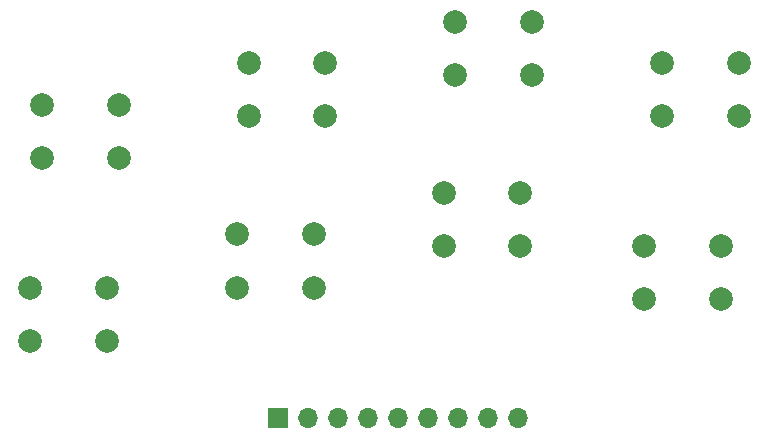
<source format=gbr>
%TF.GenerationSoftware,KiCad,Pcbnew,8.0.5*%
%TF.CreationDate,2024-11-12T13:57:52+11:00*%
%TF.ProjectId,wheel,77686565-6c2e-46b6-9963-61645f706362,rev?*%
%TF.SameCoordinates,Original*%
%TF.FileFunction,Copper,L2,Bot*%
%TF.FilePolarity,Positive*%
%FSLAX46Y46*%
G04 Gerber Fmt 4.6, Leading zero omitted, Abs format (unit mm)*
G04 Created by KiCad (PCBNEW 8.0.5) date 2024-11-12 13:57:52*
%MOMM*%
%LPD*%
G01*
G04 APERTURE LIST*
%TA.AperFunction,ComponentPad*%
%ADD10C,2.000000*%
%TD*%
%TA.AperFunction,ComponentPad*%
%ADD11R,1.700000X1.700000*%
%TD*%
%TA.AperFunction,ComponentPad*%
%ADD12O,1.700000X1.700000*%
%TD*%
G04 APERTURE END LIST*
D10*
%TO.P,SW7,1,1*%
%TO.N,Net-(J1-Pin_8)*%
X140500000Y-63500000D03*
X147000000Y-63500000D03*
%TO.P,SW7,2,2*%
%TO.N,GND*%
X140500000Y-68000000D03*
X147000000Y-68000000D03*
%TD*%
%TO.P,SW6,1,1*%
%TO.N,Net-(J1-Pin_7)*%
X122000000Y-74500000D03*
X128500000Y-74500000D03*
%TO.P,SW6,2,2*%
%TO.N,GND*%
X122000000Y-79000000D03*
X128500000Y-79000000D03*
%TD*%
%TO.P,SW5,1,1*%
%TO.N,Net-(J1-Pin_6)*%
X123000000Y-60000000D03*
X129500000Y-60000000D03*
%TO.P,SW5,2,2*%
%TO.N,GND*%
X123000000Y-64500000D03*
X129500000Y-64500000D03*
%TD*%
%TO.P,SW4,1,1*%
%TO.N,Net-(J1-Pin_5)*%
X105500000Y-63500000D03*
X112000000Y-63500000D03*
%TO.P,SW4,2,2*%
%TO.N,GND*%
X105500000Y-68000000D03*
X112000000Y-68000000D03*
%TD*%
%TO.P,SW3,1,1*%
%TO.N,Net-(J1-Pin_4)*%
X88000000Y-67000000D03*
X94500000Y-67000000D03*
%TO.P,SW3,2,2*%
%TO.N,GND*%
X88000000Y-71500000D03*
X94500000Y-71500000D03*
%TD*%
%TO.P,SW2,1,1*%
%TO.N,Net-(J1-Pin_3)*%
X104500000Y-78000000D03*
X111000000Y-78000000D03*
%TO.P,SW2,2,2*%
%TO.N,GND*%
X104500000Y-82500000D03*
X111000000Y-82500000D03*
%TD*%
%TO.P,SW1,1,1*%
%TO.N,Net-(J1-Pin_2)*%
X87000000Y-82500000D03*
X93500000Y-82500000D03*
%TO.P,SW1,2,2*%
%TO.N,GND*%
X87000000Y-87000000D03*
X93500000Y-87000000D03*
%TD*%
D11*
%TO.P,J1,1,Pin_1*%
%TO.N,GND*%
X108000000Y-93500000D03*
D12*
%TO.P,J1,2,Pin_2*%
%TO.N,Net-(J1-Pin_2)*%
X110540000Y-93500000D03*
%TO.P,J1,3,Pin_3*%
%TO.N,Net-(J1-Pin_3)*%
X113080000Y-93500000D03*
%TO.P,J1,4,Pin_4*%
%TO.N,Net-(J1-Pin_4)*%
X115620000Y-93500000D03*
%TO.P,J1,5,Pin_5*%
%TO.N,Net-(J1-Pin_5)*%
X118160000Y-93500000D03*
%TO.P,J1,6,Pin_6*%
%TO.N,Net-(J1-Pin_6)*%
X120700000Y-93500000D03*
%TO.P,J1,7,Pin_7*%
%TO.N,Net-(J1-Pin_7)*%
X123240000Y-93500000D03*
%TO.P,J1,8,Pin_8*%
%TO.N,Net-(J1-Pin_8)*%
X125780000Y-93500000D03*
%TO.P,J1,9,Pin_9*%
%TO.N,Net-(J1-Pin_9)*%
X128320000Y-93500000D03*
%TD*%
D10*
%TO.P,SW8,1,1*%
%TO.N,Net-(J1-Pin_9)*%
X139000000Y-79000000D03*
X145500000Y-79000000D03*
%TO.P,SW8,2,2*%
%TO.N,GND*%
X139000000Y-83500000D03*
X145500000Y-83500000D03*
%TD*%
M02*

</source>
